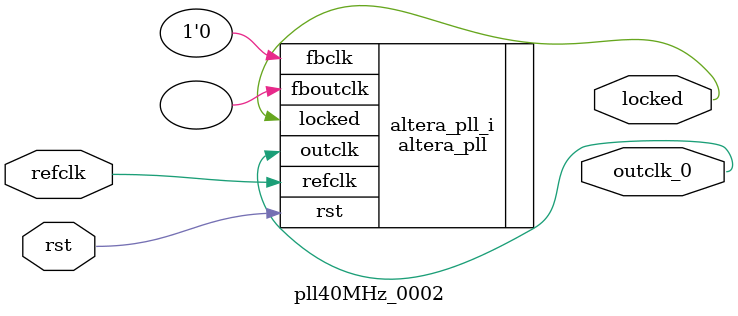
<source format=v>
`timescale 1ns/10ps
module  pll40MHz_0002(

	// interface 'refclk'
	input wire refclk,

	// interface 'reset'
	input wire rst,

	// interface 'outclk0'
	output wire outclk_0,

	// interface 'locked'
	output wire locked
);

	altera_pll #(
		.fractional_vco_multiplier("false"),
		.reference_clock_frequency("50.0 MHz"),
		.operation_mode("direct"),
		.number_of_clocks(1),
		.output_clock_frequency0("40.000000 MHz"),
		.phase_shift0("0 ps"),
		.duty_cycle0(50),
		.output_clock_frequency1("0 MHz"),
		.phase_shift1("0 ps"),
		.duty_cycle1(50),
		.output_clock_frequency2("0 MHz"),
		.phase_shift2("0 ps"),
		.duty_cycle2(50),
		.output_clock_frequency3("0 MHz"),
		.phase_shift3("0 ps"),
		.duty_cycle3(50),
		.output_clock_frequency4("0 MHz"),
		.phase_shift4("0 ps"),
		.duty_cycle4(50),
		.output_clock_frequency5("0 MHz"),
		.phase_shift5("0 ps"),
		.duty_cycle5(50),
		.output_clock_frequency6("0 MHz"),
		.phase_shift6("0 ps"),
		.duty_cycle6(50),
		.output_clock_frequency7("0 MHz"),
		.phase_shift7("0 ps"),
		.duty_cycle7(50),
		.output_clock_frequency8("0 MHz"),
		.phase_shift8("0 ps"),
		.duty_cycle8(50),
		.output_clock_frequency9("0 MHz"),
		.phase_shift9("0 ps"),
		.duty_cycle9(50),
		.output_clock_frequency10("0 MHz"),
		.phase_shift10("0 ps"),
		.duty_cycle10(50),
		.output_clock_frequency11("0 MHz"),
		.phase_shift11("0 ps"),
		.duty_cycle11(50),
		.output_clock_frequency12("0 MHz"),
		.phase_shift12("0 ps"),
		.duty_cycle12(50),
		.output_clock_frequency13("0 MHz"),
		.phase_shift13("0 ps"),
		.duty_cycle13(50),
		.output_clock_frequency14("0 MHz"),
		.phase_shift14("0 ps"),
		.duty_cycle14(50),
		.output_clock_frequency15("0 MHz"),
		.phase_shift15("0 ps"),
		.duty_cycle15(50),
		.output_clock_frequency16("0 MHz"),
		.phase_shift16("0 ps"),
		.duty_cycle16(50),
		.output_clock_frequency17("0 MHz"),
		.phase_shift17("0 ps"),
		.duty_cycle17(50),
		.pll_type("General"),
		.pll_subtype("General")
	) altera_pll_i (
		.rst	(rst),
		.outclk	({outclk_0}),
		.locked	(locked),
		.fboutclk	( ),
		.fbclk	(1'b0),
		.refclk	(refclk)
	);
endmodule


</source>
